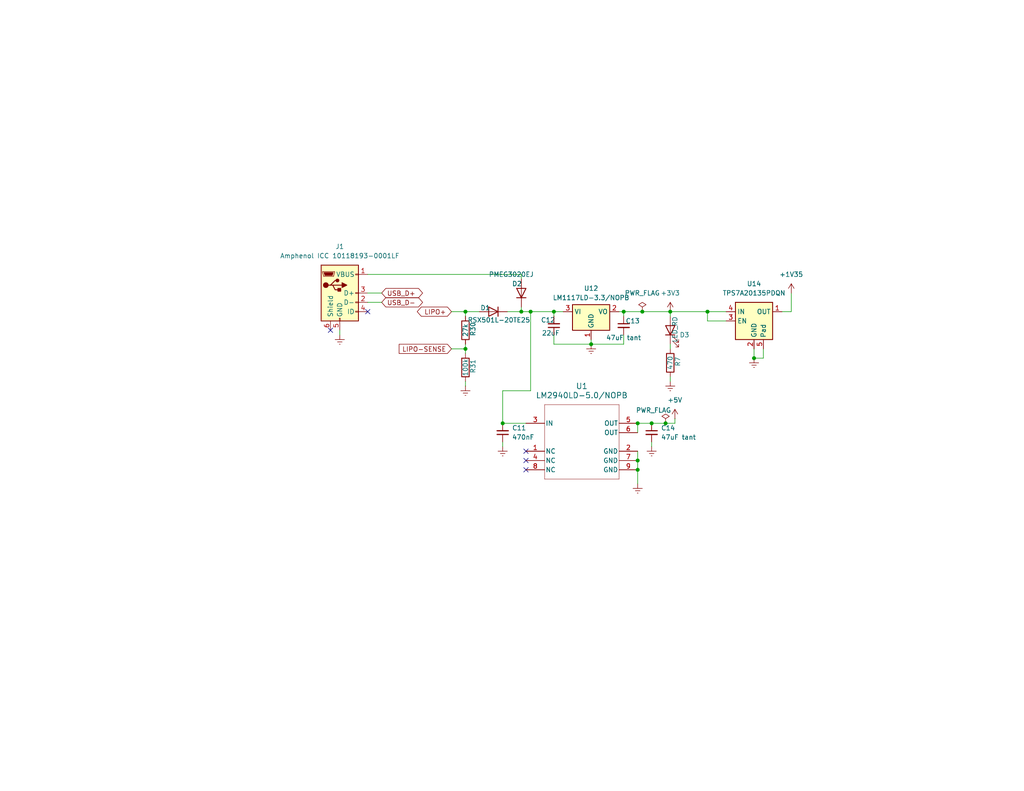
<source format=kicad_sch>
(kicad_sch (version 20250114) (generator "eeschema") (generator_version "9.0")
  (paper "USLetter")
  (title_block (title "WINTER Power Systems") (date "2025-08-28") (rev "4-Dev") (company "SparrowTheNerd"))
  (lib_symbols
    (symbol "Connector:USB_B_Micro" (pin_names (offset 1.016))
      (property "Reference" "J" (at -5.08 11.43 0))
      (property "Value" "USB_B_Micro" (at -5.08 8.89 0))
      (symbol "USB_B_Micro_0_1"
        (rectangle (start -5.08 -7.62) (end 5.08 7.62) (stroke (width 0.254)) (fill (type background)))
        (polyline (pts (xy -4.699 5.842) (xy -4.699 5.588) (xy -4.445 4.826) (xy -4.445 4.572) (xy -1.651 4.572) (xy -1.651 4.826) (xy -1.397 5.588) (xy -1.397 5.842) (xy -4.699 5.842)))
        (polyline (pts (xy -4.318 5.588) (xy -1.778 5.588) (xy -2.032 4.826) (xy -4.064 4.826) (xy -4.318 5.588)) (fill (type outline)))
        (circle (center -3.81 2.159) (radius 0.635) (stroke (width 0.254)) (fill (type outline)))
        (polyline (pts (xy -3.175 2.159) (xy -2.54 2.159) (xy -1.27 3.429) (xy -0.635 3.429)) (stroke (width 0.254)))
        (polyline (pts (xy -2.54 2.159) (xy -1.905 2.159) (xy -1.27 0.889) (xy 0 0.889)) (stroke (width 0.254)))
        (polyline (pts (xy -1.905 2.159) (xy 0.635 2.159)) (stroke (width 0.254)))
        (circle (center -0.635 3.429) (radius 0.381) (stroke (width 0.254)) (fill (type outline)))
        (rectangle (start -0.127 -7.62) (end 0.127 -6.858))
        (rectangle (start 0.254 1.27) (end -0.508 0.508) (stroke (width 0.254)) (fill (type outline)))
        (polyline (pts (xy 0.635 2.794) (xy 0.635 1.524) (xy 1.905 2.159) (xy 0.635 2.794)) (stroke (width 0.254)) (fill (type outline)))
        (rectangle (start 5.08 4.953) (end 4.318 5.207))
        (rectangle (start 5.08 -0.127) (end 4.318 0.127))
        (rectangle (start 5.08 -2.667) (end 4.318 -2.413))
        (rectangle (start 5.08 -5.207) (end 4.318 -4.953))
      )
      (symbol "USB_B_Micro_1_1"
        (pin passive line (at -2.54 -10.16 90) (length 2.54) (name "Shield") (number "6"))
        (pin power_out line (at 0 -10.16 90) (length 2.54) (name "GND") (number "5"))
        (pin power_out line (at 7.62 5.08 180) (length 2.54) (name "VBUS") (number "1"))
        (pin bidirectional line (at 7.62 0 180) (length 2.54) (name "D+") (number "3"))
        (pin bidirectional line (at 7.62 -2.54 180) (length 2.54) (name "D-") (number "2"))
        (pin passive line (at 7.62 -5.08 180) (length 2.54) (name "ID") (number "4"))
      )
    )
    (symbol "Device:C_Small" (pin_numbers (hide yes)) (pin_names (offset 0.254) (hide yes))
      (property "Reference" "C" (at 0.254 1.778 0))
      (property "Value" "C_Small" (at 0.254 -2.032 0))
      (symbol "C_Small_0_1"
        (polyline (pts (xy -1.524 0.508) (xy 1.524 0.508)) (stroke (width 0.3048)))
        (polyline (pts (xy -1.524 -0.508) (xy 1.524 -0.508)) (stroke (width 0.3302)))
      )
      (symbol "C_Small_1_1"
        (pin passive line (at 0 2.54 270) (length 2.032) (name "~") (number "1"))
        (pin passive line (at 0 -2.54 90) (length 2.032) (name "~") (number "2"))
      )
    )
    (symbol "Device:D" (pin_numbers (hide yes)) (pin_names (offset 1.016) (hide yes))
      (property "Reference" "D" (at 0 2.54 0))
      (property "Value" "D" (at 0 -2.54 0))
      (symbol "D_0_1"
        (polyline (pts (xy -1.27 1.27) (xy -1.27 -1.27)) (stroke (width 0.254)))
        (polyline (pts (xy 1.27 1.27) (xy 1.27 -1.27) (xy -1.27 0) (xy 1.27 1.27)) (stroke (width 0.254)))
        (polyline (pts (xy 1.27 0) (xy -1.27 0)))
      )
      (symbol "D_1_1"
        (pin passive line (at -3.81 0 0) (length 2.54) (name "K") (number "1"))
        (pin passive line (at 3.81 0 180) (length 2.54) (name "A") (number "2"))
      )
    )
    (symbol "Device:LED" (pin_numbers (hide yes)) (pin_names (offset 1.016) (hide yes))
      (property "Reference" "D" (at 0 2.54 0))
      (property "Value" "LED" (at 0 -2.54 0))
      (symbol "LED_0_1"
        (polyline (pts (xy -3.048 -0.762) (xy -4.572 -2.286) (xy -3.81 -2.286) (xy -4.572 -2.286) (xy -4.572 -1.524)))
        (polyline (pts (xy -1.778 -0.762) (xy -3.302 -2.286) (xy -2.54 -2.286) (xy -3.302 -2.286) (xy -3.302 -1.524)))
        (polyline (pts (xy -1.27 0) (xy 1.27 0)))
        (polyline (pts (xy -1.27 -1.27) (xy -1.27 1.27)) (stroke (width 0.254)))
        (polyline (pts (xy 1.27 -1.27) (xy 1.27 1.27) (xy -1.27 0) (xy 1.27 -1.27)) (stroke (width 0.254)))
      )
      (symbol "LED_1_1"
        (pin passive line (at -3.81 0 0) (length 2.54) (name "K") (number "1"))
        (pin passive line (at 3.81 0 180) (length 2.54) (name "A") (number "2"))
      )
    )
    (symbol "Device:R" (pin_numbers (hide yes)) (pin_names (offset 0))
      (property "Reference" "R" (at 2.032 0 90))
      (property "Value" "R" (at 0 0 90))
      (symbol "R_0_1"
        (rectangle (start -1.016 -2.54) (end 1.016 2.54) (stroke (width 0.254)))
      )
      (symbol "R_1_1"
        (pin passive line (at 0 3.81 270) (length 1.27) (name "~") (number "1"))
        (pin passive line (at 0 -3.81 90) (length 1.27) (name "~") (number "2"))
      )
    )
    (symbol "Regulator_Linear:LM1117DT-3.3"
      (property "Reference" "U" (at -3.81 3.175 0))
      (property "Value" "LM1117DT-3.3" (at 0 3.175 0))
      (symbol "LM1117DT-3.3_0_1"
        (rectangle (start -5.08 -5.08) (end 5.08 1.905) (stroke (width 0.254)) (fill (type background)))
      )
      (symbol "LM1117DT-3.3_1_1"
        (pin power_in line (at -7.62 0 0) (length 2.54) (name "VI") (number "3"))
        (pin power_in line (at 0 -7.62 90) (length 2.54) (name "GND") (number "1"))
        (pin power_out line (at 7.62 0 180) (length 2.54) (name "VO") (number "2"))
      )
    )
    (symbol "Regulator_Linear:TPS7A20xxxDQN"
      (property "Reference" "U" (at -3.81 6.35 0))
      (property "Value" "TPS7A20xxxDQN" (at 6.35 6.35 0))
      (symbol "TPS7A20xxxDQN_0_1"
        (rectangle (start -5.08 5.08) (end 5.08 -5.08) (stroke (width 0.254)) (fill (type background)))
        (pin power_in line (at -7.62 2.54 0) (length 2.54) (name "IN") (number "4"))
        (pin input line (at -7.62 0 0) (length 2.54) (name "EN") (number "3"))
        (pin power_in line (at 0 -7.62 90) (length 2.54) (name "GND") (number "2"))
        (pin power_out line (at 7.62 2.54 180) (length 2.54) (name "OUT") (number "1"))
      )
      (symbol "TPS7A20xxxDQN_1_1"
        (pin passive line (at 2.54 -7.62 90) (length 2.54) (name "Pad") (number "5"))
      )
    )
    (symbol "WINTER_components:LM2940LD-5.0_NOPB" (pin_names (offset 0.254))
      (property "Reference" "U" (at 0 2.54 0))
      (property "Value" "LM2940LD-5.0/NOPB" (at 0 0 0))
      (symbol "LM2940LD-5.0_NOPB_0_1"
        (polyline (pts (xy -10.16 10.16) (xy -10.16 -10.16)) (stroke (width 0.1016)))
        (polyline (pts (xy -10.16 -10.16) (xy 10.16 -10.16)) (stroke (width 0.1016)))
        (polyline (pts (xy 10.16 10.16) (xy -10.16 10.16)) (stroke (width 0.1016)))
        (polyline (pts (xy 10.16 -10.16) (xy 10.16 10.16)) (stroke (width 0.1016)))
        (pin power_in line (at -15.24 5.08 0) (length 5.08) (name "IN") (number "3"))
        (pin unspecified line (at -15.24 -2.54 0) (length 5.08) (name "NC") (number "1"))
        (pin unspecified line (at -15.24 -5.08 0) (length 5.08) (name "NC") (number "4"))
        (pin unspecified line (at -15.24 -7.62 0) (length 5.08) (name "NC") (number "8"))
        (pin power_in line (at 15.24 5.08 180) (length 5.08) (name "OUT") (number "5"))
        (pin power_in line (at 15.24 2.54 180) (length 5.08) (name "OUT") (number "6"))
        (pin power_in line (at 15.24 -2.54 180) (length 5.08) (name "GND") (number "2"))
        (pin power_in line (at 15.24 -5.08 180) (length 5.08) (name "GND") (number "7"))
        (pin power_in line (at 15.24 -7.62 180) (length 5.08) (name "GND") (number "9"))
      )
    )
    (symbol "power:+1V2" (power) (pin_numbers (hide yes)) (pin_names (offset 0) (hide yes))
      (property "Value" "+1V2" (at 0 3.556 0))
      (symbol "+1V2_0_1"
        (polyline (pts (xy -0.762 1.27) (xy 0 2.54)))
        (polyline (pts (xy 0 2.54) (xy 0.762 1.27)))
        (polyline (pts (xy 0 0) (xy 0 2.54)))
      )
      (symbol "+1V2_1_1"
        (pin power_in line (at 0 0 90) (length 0) (name "~") (number "1"))
      )
    )
    (symbol "power:+3V3" (power) (pin_numbers (hide yes)) (pin_names (offset 0) (hide yes))
      (property "Value" "+3V3" (at 0 3.556 0))
      (symbol "+3V3_0_1"
        (polyline (pts (xy -0.762 1.27) (xy 0 2.54)))
        (polyline (pts (xy 0 2.54) (xy 0.762 1.27)))
        (polyline (pts (xy 0 0) (xy 0 2.54)))
      )
      (symbol "+3V3_1_1"
        (pin power_in line (at 0 0 90) (length 0) (name "~") (number "1"))
      )
    )
    (symbol "power:+5V" (power) (pin_numbers (hide yes)) (pin_names (offset 0) (hide yes))
      (property "Value" "+5V" (at 0 3.556 0))
      (symbol "+5V_0_1"
        (polyline (pts (xy -0.762 1.27) (xy 0 2.54)))
        (polyline (pts (xy 0 2.54) (xy 0.762 1.27)))
        (polyline (pts (xy 0 0) (xy 0 2.54)))
      )
      (symbol "+5V_1_1"
        (pin power_in line (at 0 0 90) (length 0) (name "~") (number "1"))
      )
    )
    (symbol "power:GNDREF" (power) (pin_numbers (hide yes)) (pin_names (offset 0) (hide yes))
      (property "Value" "GNDREF" (at 0 -3.81 0))
      (symbol "GNDREF_0_1"
        (polyline (pts (xy -0.635 -1.905) (xy 0.635 -1.905)))
        (polyline (pts (xy -0.127 -2.54) (xy 0.127 -2.54)))
        (polyline (pts (xy 0 -1.27) (xy 0 0)))
        (polyline (pts (xy 1.27 -1.27) (xy -1.27 -1.27)))
      )
      (symbol "GNDREF_1_1"
        (pin power_in line (at 0 0 270) (length 0) (name "~") (number "1"))
      )
    )
    (symbol "power:PWR_FLAG" (power) (pin_numbers (hide yes)) (pin_names (offset 0) (hide yes))
      (property "Value" "PWR_FLAG" (at 0 3.81 0))
      (symbol "PWR_FLAG_0_0"
        (pin power_out line (at 0 0 90) (length 0) (name "~") (number "1"))
      )
      (symbol "PWR_FLAG_0_1"
        (polyline (pts (xy 0 0) (xy 0 1.27) (xy -1.016 1.905) (xy 0 2.54) (xy 1.016 1.905) (xy 0 1.27)))
      )
    )
  )
  (junction (at 175.26 85.09))
  (junction (at 161.29 93.98))
  (junction (at 182.88 85.09))
  (junction (at 173.99 125.73))
  (junction (at 177.8 115.57))
  (junction (at 151.13 85.09))
  (junction (at 193.04 85.09))
  (junction (at 205.74 97.79))
  (junction (at 137.16 115.57))
  (junction (at 173.99 128.27))
  (junction (at 127 95.25))
  (junction (at 127 85.09))
  (junction (at 142.24 85.09))
  (junction (at 181.61 115.57))
  (junction (at 173.99 115.57))
  (junction (at 170.18 85.09))
  (junction (at 144.78 85.09))
  (no_connect (at 143.51 125.73))
  (no_connect (at 90.17 90.17))
  (no_connect (at 143.51 128.27))
  (no_connect (at 100.33 85.09))
  (no_connect (at 143.51 123.19))
  (wire (pts (xy 184.15 114.3) (xy 184.15 115.57)))
  (wire (pts (xy 177.8 115.57) (xy 181.61 115.57)))
  (wire (pts (xy 151.13 93.98) (xy 161.29 93.98)))
  (wire (pts (xy 127 85.09) (xy 127 86.36)))
  (wire (pts (xy 161.29 93.98) (xy 170.18 93.98)))
  (wire (pts (xy 127 95.25) (xy 127 96.52)))
  (wire (pts (xy 100.33 82.55) (xy 104.14 82.55)))
  (wire (pts (xy 142.24 85.09) (xy 144.78 85.09)))
  (wire (pts (xy 127 85.09) (xy 130.81 85.09)))
  (wire (pts (xy 142.24 83.82) (xy 142.24 85.09)))
  (wire (pts (xy 142.24 74.93) (xy 142.24 76.2)))
  (wire (pts (xy 144.78 106.68) (xy 137.16 106.68)))
  (wire (pts (xy 137.16 115.57) (xy 143.51 115.57)))
  (wire (pts (xy 215.9 85.09) (xy 213.36 85.09)))
  (wire (pts (xy 170.18 85.09) (xy 170.18 86.36)))
  (wire (pts (xy 205.74 95.25) (xy 205.74 97.79)))
  (wire (pts (xy 151.13 85.09) (xy 153.67 85.09)))
  (wire (pts (xy 127 104.14) (xy 127 105.41)))
  (wire (pts (xy 100.33 74.93) (xy 142.24 74.93)))
  (wire (pts (xy 208.28 97.79) (xy 205.74 97.79)))
  (wire (pts (xy 123.19 85.09) (xy 127 85.09)))
  (wire (pts (xy 182.88 102.87) (xy 182.88 104.14)))
  (wire (pts (xy 92.71 91.44) (xy 92.71 90.17)))
  (wire (pts (xy 151.13 86.36) (xy 151.13 85.09)))
  (wire (pts (xy 175.26 85.09) (xy 182.88 85.09)))
  (wire (pts (xy 215.9 80.01) (xy 215.9 85.09)))
  (wire (pts (xy 182.88 85.09) (xy 182.88 86.36)))
  (wire (pts (xy 161.29 92.71) (xy 161.29 93.98)))
  (wire (pts (xy 193.04 87.63) (xy 193.04 85.09)))
  (wire (pts (xy 144.78 85.09) (xy 144.78 106.68)))
  (wire (pts (xy 198.12 87.63) (xy 193.04 87.63)))
  (wire (pts (xy 127 93.98) (xy 127 95.25)))
  (wire (pts (xy 182.88 95.25) (xy 182.88 93.98)))
  (wire (pts (xy 173.99 115.57) (xy 173.99 118.11)))
  (wire (pts (xy 173.99 123.19) (xy 173.99 125.73)))
  (wire (pts (xy 100.33 80.01) (xy 104.14 80.01)))
  (wire (pts (xy 181.61 115.57) (xy 184.15 115.57)))
  (wire (pts (xy 170.18 85.09) (xy 175.26 85.09)))
  (wire (pts (xy 173.99 125.73) (xy 173.99 128.27)))
  (wire (pts (xy 137.16 120.65) (xy 137.16 121.92)))
  (wire (pts (xy 177.8 120.65) (xy 177.8 121.92)))
  (wire (pts (xy 168.91 85.09) (xy 170.18 85.09)))
  (wire (pts (xy 193.04 85.09) (xy 198.12 85.09)))
  (wire (pts (xy 173.99 115.57) (xy 177.8 115.57)))
  (wire (pts (xy 151.13 91.44) (xy 151.13 93.98)))
  (wire (pts (xy 173.99 128.27) (xy 173.99 132.08)))
  (wire (pts (xy 144.78 85.09) (xy 151.13 85.09)))
  (wire (pts (xy 170.18 93.98) (xy 170.18 91.44)))
  (wire (pts (xy 137.16 106.68) (xy 137.16 115.57)))
  (wire (pts (xy 182.88 85.09) (xy 193.04 85.09)))
  (wire (pts (xy 142.24 85.09) (xy 138.43 85.09)))
  (wire (pts (xy 208.28 95.25) (xy 208.28 97.79)))
  (wire (pts (xy 123.19 95.25) (xy 127 95.25)))
  (global_label "USB_D+" (shape bidirectional) (at 104.14 80.01 0) (property "Intersheetrefs" "${INTERSHEET_REFS}" (effects (hide yes))))
  (global_label "LIPO-SENSE" (shape input) (at 123.19 95.25 180) (property "Intersheetrefs" "${INTERSHEET_REFS}" (effects (hide yes))))
  (global_label "LIPO+" (shape bidirectional) (at 123.19 85.09 180) (property "Intersheetrefs" "${INTERSHEET_REFS}" (effects (hide yes))))
  (global_label "USB_D-" (shape bidirectional) (at 104.14 82.55 0) (property "Intersheetrefs" "${INTERSHEET_REFS}" (effects (hide yes))))
  (symbol (lib_id "Device:R") (at 127 100.33 180) (unit 1)
    (property "Reference" "R31" (at 129.0494 99.9998 90))
    (property "Value" "100k" (at 127 100.33 90))
    (property "Footprint" "Resistor_SMD:R_0603_1608Metric" (effects (hide yes)))
    (property "Description" "Resistor" (effects (hide yes)))
    (property "Product ID" "RMCF0603FT100K" (effects (hide yes)))
    (property "LCSC" "C25803" (effects (hide yes)))
  )
  (symbol (lib_id "power:PWR_FLAG") (at 175.26 85.09 0) (unit 1)
    (property "Reference" "#FLG0102" (effects (hide yes)))
    (property "Value" "PWR_FLAG" (at 175.26 80.01 0))
    (property "Description" "Special symbol for telling ERC where power comes from" (effects (hide yes)))
  )
  (symbol (lib_id "power:GNDREF") (at 161.29 93.98 0) (unit 1)
    (property "Reference" "#PWR0124" (effects (hide yes)))
    (property "Value" "GNDREF" (effects (hide yes)))
    (property "Description" "Power symbol creates a global label with name \"GNDREF\" , reference supply ground" (effects (hide yes)))
  )
  (symbol (lib_id "power:+1V2") (at 215.9 80.01 0) (unit 1)
    (property "Reference" "#PWR014" (effects (hide yes)))
    (property "Value" "+1V35" (at 215.9 74.93 0))
    (property "Description" "Power symbol creates a global label with name \"+1V2\"" (effects (hide yes)))
  )
  (symbol (lib_id "Device:C_Small") (at 177.8 118.11 0) (unit 1)
    (property "Reference" "C14" (at 180.34 116.8462 0) (effects (justify left)))
    (property "Value" "47uF tant" (at 180.34 119.3862 0) (effects (justify left)))
    (property "Footprint" "Capacitor_Tantalum_SMD:CP_EIA-2012-15_AVX-P" (effects (hide yes)))
    (property "Description" "Unpolarized capacitor, small symbol" (effects (hide yes)))
    (property "Product ID" "TLJP476M006R0900" (effects (hide yes)))
    (property "LCSC" "C59461" (effects (hide yes)))
  )
  (symbol (lib_id "Device:D") (at 134.62 85.09 0) (mirror y) (unit 1)
    (property "Reference" "D1" (at 132.398 84.0615 0))
    (property "Value" "RSX501L-20TE25" (at 136.144 87.376 0))
    (property "Footprint" "Diode_SMD:D_SMA" (effects (hide yes)))
    (property "Description" "Diode" (effects (hide yes)))
    (property "Product ID" "RSX501L-20TE25" (effects (hide yes)))
    (property "LCSC" "C329921" (effects (hide yes)))
    (property "Sim.Device" "D" (effects (hide yes)))
    (property "Sim.Pins" "1=K 2=A" (effects (hide yes)))
  )
  (symbol (lib_id "power:+5V") (at 184.15 114.3 0) (unit 1)
    (property "Reference" "#PWR0120" (effects (hide yes)))
    (property "Value" "+5V" (at 184.15 109.22 0))
    (property "Description" "Power symbol creates a global label with name \"+5V\"" (effects (hide yes)))
  )
  (symbol (lib_id "power:GNDREF") (at 92.71 91.44 0) (unit 1)
    (property "Reference" "#PWR0117" (effects (hide yes)))
    (property "Value" "GNDREF" (effects (hide yes)))
    (property "Description" "Power symbol creates a global label with name \"GNDREF\" , reference supply ground" (effects (hide yes)))
  )
  (symbol (lib_id "Device:LED") (at 182.88 90.17 90) (unit 1)
    (property "Reference" "D3" (at 185.42 91.44 90) (effects (justify right)))
    (property "Value" "LED_RD" (at 184.15 86.36 0) (effects (justify right)))
    (property "Footprint" "LED_SMD:LED_0603_1608Metric" (effects (hide yes)))
    (property "Description" "Light emitting diode" (effects (hide yes)))
    (property "Product ID" "SML-D12V8WT86" (effects (hide yes)))
    (property "LCSC" "C2286" (effects (hide yes)))
    (property "Sim.Pins" "1=K 2=A" (effects (hide yes)))
  )
  (symbol (lib_id "Device:C_Small") (at 137.16 118.11 180) (unit 1)
    (property "Reference" "C11" (at 139.7 116.8335 0) (effects (justify right)))
    (property "Value" "470nF" (at 139.7 119.3735 0) (effects (justify right)))
    (property "Footprint" "Capacitor_SMD:C_0603_1608Metric" (effects (hide yes)))
    (property "Description" "Unpolarized capacitor, small symbol" (effects (hide yes)))
    (property "Product ID" "CL10B474KA8NFNC" (effects (hide yes)))
    (property "LCSC" "C96446" (effects (hide yes)))
  )
  (symbol (lib_id "Connector:USB_B_Micro") (at 92.71 80.01 0) (unit 1)
    (property "Reference" "J1" (at 92.71 67.31 0))
    (property "Value" "Amphenol ICC 10118193-0001LF" (at 92.71 69.85 0))
    (property "Footprint" "Connector_USB:USB_Micro-B_Amphenol_10118193-0001LF_Horizontal" (effects (hide yes)))
    (property "Description" "USB Micro Type B connector" (effects (hide yes)))
    (property "Product ID" "Amphenol ICC 10118193-0001LF" (effects (hide yes)))
    (property "LCSC" "C132562" (effects (hide yes)))
  )
  (symbol (lib_id "power:GNDREF") (at 205.74 97.79 0) (unit 1)
    (property "Reference" "#PWR013" (effects (hide yes)))
    (property "Value" "GNDREF" (effects (hide yes)))
    (property "Description" "Power symbol creates a global label with name \"GNDREF\" , reference supply ground" (effects (hide yes)))
  )
  (symbol (lib_id "power:GNDREF") (at 173.99 132.08 0) (unit 1)
    (property "Reference" "#PWR0119" (effects (hide yes)))
    (property "Value" "GNDREF" (effects (hide yes)))
    (property "Description" "Power symbol creates a global label with name \"GNDREF\" , reference supply ground" (effects (hide yes)))
  )
  (symbol (lib_id "power:GNDREF") (at 177.8 121.92 0) (unit 1)
    (property "Reference" "#PWR0122" (effects (hide yes)))
    (property "Value" "GNDREF" (effects (hide yes)))
    (property "Description" "Power symbol creates a global label with name \"GNDREF\" , reference supply ground" (effects (hide yes)))
  )
  (symbol (lib_id "WINTER_components:LM2940LD-5.0_NOPB") (at 158.75 120.65 0) (unit 1)
    (property "Reference" "U1" (at 158.75 105.41 0) (effects (font (size 1.524 1.524))))
    (property "Value" "LM2940LD-5.0/NOPB" (at 158.75 107.95 0) (effects (font (size 1.524 1.524))))
    (property "Footprint" "WINTERfootprints:NGN0008A" (effects (hide yes)))
    (property "Datasheet" "LM2940LD-5.0/NOPB" (effects (hide yes)))
    (property "LCSC" "C2861815" (effects (hide yes)))
    (property "Product ID" "LM2940LD-5.0/NOPB" (effects (hide yes)))
  )
  (symbol (lib_id "Regulator_Linear:LM1117DT-3.3") (at 161.29 85.09 0) (unit 1)
    (property "Reference" "U12" (at 161.29 78.74 0))
    (property "Value" "LM1117LD-3.3/NOPB" (at 161.29 81.28 0))
    (property "Footprint" "Package_TO_SOT_SMD:TO-252-3_TabPin2" (effects (hide yes)))
    (property "Datasheet" "http://www.ti.com/lit/ds/symlink/lm1117.pdf" (effects (hide yes)))
    (property "Description" "800mA Low-Dropout Linear Regulator, 3.3V fixed output, TO-252" (effects (hide yes)))
    (property "LCSC" "C2870191" (effects (hide yes)))
    (property "Product ID" "LM1117LD-3.3/NOPB" (effects (hide yes)))
  )
  (symbol (lib_id "Device:D") (at 142.24 80.01 90) (unit 1)
    (property "Reference" "D2" (at 139.7 77.47 90) (effects (justify right)))
    (property "Value" "PMEG3020EJ" (at 133.35 74.93 90) (effects (justify right)))
    (property "Footprint" "Diode_SMD:D_SOD-323F" (effects (hide yes)))
    (property "Description" "Diode" (effects (hide yes)))
    (property "Product ID" "PMEG3020EJ" (effects (hide yes)))
    (property "LCSC" "C456093" (effects (hide yes)))
    (property "Sim.Device" "D" (effects (hide yes)))
    (property "Sim.Pins" "1=K 2=A" (effects (hide yes)))
  )
  (symbol (lib_id "power:GNDREF") (at 182.88 104.14 0) (unit 1)
    (property "Reference" "#PWR0121" (effects (hide yes)))
    (property "Value" "GNDREF" (effects (hide yes)))
    (property "Description" "Power symbol creates a global label with name \"GNDREF\" , reference supply ground" (effects (hide yes)))
  )
  (symbol (lib_id "Device:C_Small") (at 151.13 88.9 180) (unit 1)
    (property "Reference" "C12" (at 147.574 87.376 0) (effects (justify right)))
    (property "Value" "22uF" (at 147.828 90.932 0) (effects (justify right)))
    (property "Footprint" "Capacitor_SMD:C_0603_1608Metric" (effects (hide yes)))
    (property "Description" "Unpolarized capacitor, small symbol" (effects (hide yes)))
    (property "Product ID" " GRM188C61E226ME01W" (effects (hide yes)))
    (property "LCSC" "C96446" (effects (hide yes)))
  )
  (symbol (lib_id "Device:R") (at 182.88 99.06 180) (unit 1)
    (property "Reference" "R7" (at 184.9294 98.7298 90))
    (property "Value" "470" (at 182.88 99.06 90))
    (property "Footprint" "Resistor_SMD:R_0603_1608Metric" (effects (hide yes)))
    (property "Description" "Resistor" (effects (hide yes)))
    (property "Product ID" "RC0603JR-07470RL" (effects (hide yes)))
    (property "LCSC" "C23179" (effects (hide yes)))
  )
  (symbol (lib_id "Device:R") (at 127 90.17 180) (unit 1)
    (property "Reference" "R30" (at 129.0494 89.8398 90))
    (property "Value" "27k" (at 127 90.17 90))
    (property "Footprint" "Resistor_SMD:R_0603_1608Metric" (effects (hide yes)))
    (property "Description" "Resistor" (effects (hide yes)))
    (property "Product ID" "RMCF0603JT27K0" (effects (hide yes)))
    (property "LCSC" "C22967" (effects (hide yes)))
  )
  (symbol (lib_id "Device:C_Small") (at 170.18 88.9 0) (unit 1)
    (property "Reference" "C13" (at 170.688 87.63 0) (effects (justify left)))
    (property "Value" "47uF tant" (at 165.354 92.202 0) (effects (justify left)))
    (property "Footprint" "Capacitor_Tantalum_SMD:CP_EIA-2012-15_AVX-P" (effects (hide yes)))
    (property "Description" "Unpolarized capacitor, small symbol" (effects (hide yes)))
    (property "Product ID" "TLJP476M006R0900" (effects (hide yes)))
  )
  (symbol (lib_id "power:GNDREF") (at 137.16 121.92 0) (unit 1)
    (property "Reference" "#PWR0116" (effects (hide yes)))
    (property "Value" "GNDREF" (effects (hide yes)))
    (property "Description" "Power symbol creates a global label with name \"GNDREF\" , reference supply ground" (effects (hide yes)))
  )
  (symbol (lib_id "power:+3V3") (at 182.88 85.09 0) (unit 1)
    (property "Reference" "#PWR0118" (effects (hide yes)))
    (property "Value" "+3V3" (at 182.88 80.01 0))
    (property "Description" "Power symbol creates a global label with name \"+3V3\"" (effects (hide yes)))
  )
  (symbol (lib_id "power:PWR_FLAG") (at 181.61 115.57 0) (unit 1)
    (property "Reference" "#FLG0101" (effects (hide yes)))
    (property "Value" "PWR_FLAG" (at 178.308 112.014 0))
    (property "Description" "Special symbol for telling ERC where power comes from" (effects (hide yes)))
  )
  (symbol (lib_id "power:GNDREF") (at 127 105.41 0) (unit 1)
    (property "Reference" "#PWR02" (effects (hide yes)))
    (property "Value" "GNDREF" (effects (hide yes)))
    (property "Description" "Power symbol creates a global label with name \"GNDREF\" , reference supply ground" (effects (hide yes)))
  )
  (symbol (lib_id "Regulator_Linear:TPS7A20xxxDQN") (at 205.74 87.63 0) (unit 1)
    (property "Reference" "U14" (at 205.74 77.47 0))
    (property "Value" "TPS7A20135PDQN" (at 205.74 80.01 0))
    (property "Footprint" "Package_DFN_QFN:DFN-6-1EP_1.2x1.2mm_P0.4mm_EP0.3x0.94mm_PullBack" (effects (hide yes)))
    (property "Datasheet" "https://www.ti.com/lit/ds/symlink/tps7a20.pdf" (effects (hide yes)))
    (property "Description" "300 mA Low Dropout Voltage Regulator, Fixed Output, 1.6..6.0Vin, Low-Noise (7μV RMS), 6.5μA IQ LDO, X2SON-5" (effects (hide yes)))
  )
)
</source>
